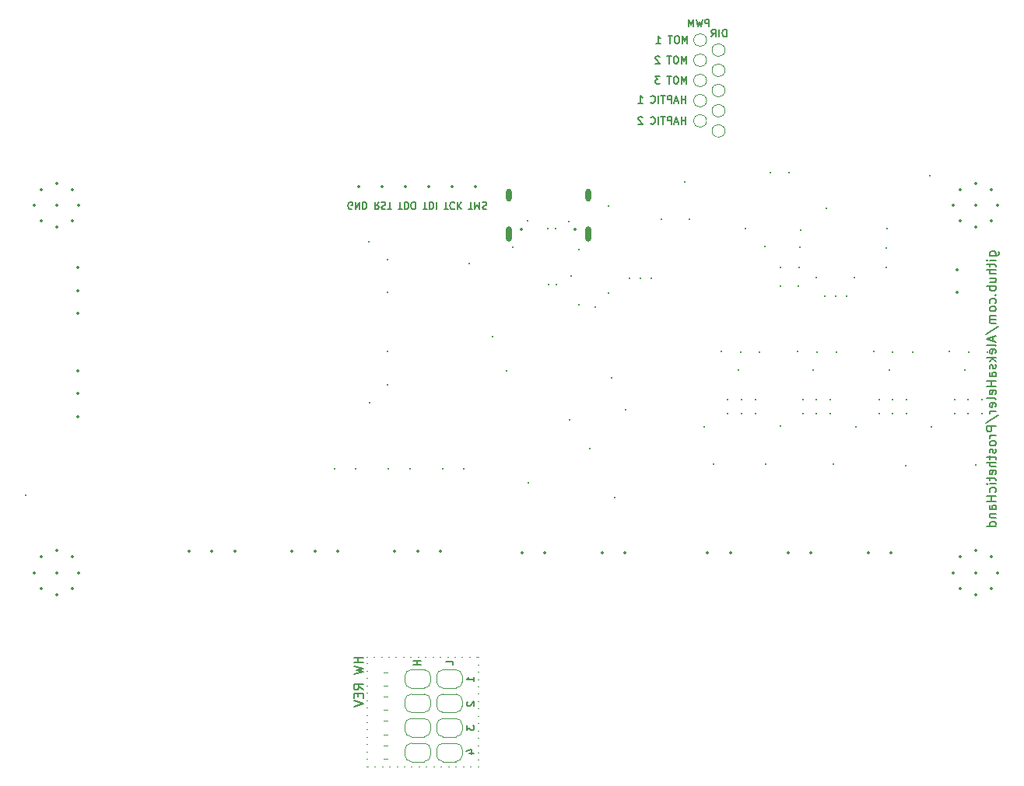
<source format=gbo>
%TF.GenerationSoftware,KiCad,Pcbnew,7.0.7*%
%TF.CreationDate,2024-03-16T18:53:28+01:00*%
%TF.ProjectId,OpenHand,4f70656e-4861-46e6-942e-6b696361645f,rev?*%
%TF.SameCoordinates,Original*%
%TF.FileFunction,Legend,Bot*%
%TF.FilePolarity,Positive*%
%FSLAX46Y46*%
G04 Gerber Fmt 4.6, Leading zero omitted, Abs format (unit mm)*
G04 Created by KiCad (PCBNEW 7.0.7) date 2024-03-16 18:53:28*
%MOMM*%
%LPD*%
G01*
G04 APERTURE LIST*
%ADD10C,0.200000*%
%ADD11C,0.150000*%
%ADD12C,0.120000*%
%ADD13C,0.300000*%
%ADD14C,0.350000*%
%ADD15O,0.600000X1.700000*%
%ADD16O,0.600000X1.400000*%
%ADD17C,0.200000*%
G04 APERTURE END LIST*
D10*
X138775000Y-154200000D02*
X138775000Y-154200000D01*
X139575000Y-154200000D02*
X139575000Y-154200000D01*
X140375000Y-154200000D02*
X140375000Y-154200000D01*
X141175000Y-154200000D02*
X141175000Y-154200000D01*
X141975000Y-154200000D02*
X141975000Y-154200000D01*
X142775000Y-154200000D02*
X142775000Y-154200000D01*
X143575000Y-154200000D02*
X143575000Y-154200000D01*
X144375000Y-154200000D02*
X144375000Y-154200000D01*
X145175000Y-154200000D02*
X145175000Y-154200000D01*
X145975000Y-154200000D02*
X145975000Y-154200000D01*
X146775000Y-154200000D02*
X146775000Y-154200000D01*
X147575000Y-154200000D02*
X147575000Y-154200000D01*
X148375000Y-154200000D02*
X148375000Y-154200000D01*
X149175000Y-154200000D02*
X149175000Y-154200000D01*
X149975000Y-154200000D02*
X149975000Y-154200000D01*
X150775000Y-154200000D02*
X150775000Y-154200000D01*
X150875000Y-154200000D02*
X150875000Y-154200000D01*
X150875000Y-155000000D02*
X150875000Y-155000000D01*
X150875000Y-155800000D02*
X150875000Y-155800000D01*
X150875000Y-156600000D02*
X150875000Y-156600000D01*
X150875000Y-157400000D02*
X150875000Y-157400000D01*
X150875000Y-158200000D02*
X150875000Y-158200000D01*
X150875000Y-159000000D02*
X150875000Y-159000000D01*
X150875000Y-159800000D02*
X150875000Y-159800000D01*
X150875000Y-160600000D02*
X150875000Y-160600000D01*
X150875000Y-161400000D02*
X150875000Y-161400000D01*
X150875000Y-162200000D02*
X150875000Y-162200000D01*
X150875000Y-163000000D02*
X150875000Y-163000000D01*
X150875000Y-163800000D02*
X150875000Y-163800000D01*
X150875000Y-164600000D02*
X150875000Y-164600000D01*
X150875000Y-165400000D02*
X150875000Y-165400000D01*
X150875000Y-166100000D02*
X150875000Y-166100000D01*
X150075000Y-166100000D02*
X150075000Y-166100000D01*
X149275000Y-166100000D02*
X149275000Y-166100000D01*
X148475000Y-166100000D02*
X148475000Y-166100000D01*
X147675000Y-166100000D02*
X147675000Y-166100000D01*
X146875000Y-166100000D02*
X146875000Y-166100000D01*
X146075000Y-166100000D02*
X146075000Y-166100000D01*
X145275000Y-166100000D02*
X145275000Y-166100000D01*
X144475000Y-166100000D02*
X144475000Y-166100000D01*
X143675000Y-166100000D02*
X143675000Y-166100000D01*
X142875000Y-166100000D02*
X142875000Y-166100000D01*
X142075000Y-166100000D02*
X142075000Y-166100000D01*
X141275000Y-166100000D02*
X141275000Y-166100000D01*
X140475000Y-166100000D02*
X140475000Y-166100000D01*
X139675000Y-166100000D02*
X139675000Y-166100000D01*
X138875000Y-166100000D02*
X138875000Y-166100000D01*
X138775000Y-166100000D02*
X138775000Y-166100000D01*
X138775000Y-165300000D02*
X138775000Y-165300000D01*
X138775000Y-164500000D02*
X138775000Y-164500000D01*
X138775000Y-163700000D02*
X138775000Y-163700000D01*
X138775000Y-162900000D02*
X138775000Y-162900000D01*
X138775000Y-162100000D02*
X138775000Y-162100000D01*
X138775000Y-161300000D02*
X138775000Y-161300000D01*
X138775000Y-160500000D02*
X138775000Y-160500000D01*
X138775000Y-159700000D02*
X138775000Y-159700000D01*
X138775000Y-158900000D02*
X138775000Y-158900000D01*
X138775000Y-158100000D02*
X138775000Y-158100000D01*
X138775000Y-157300000D02*
X138775000Y-157300000D01*
X138775000Y-156500000D02*
X138775000Y-156500000D01*
X138775000Y-155700000D02*
X138775000Y-155700000D01*
X138775000Y-154900000D02*
X138775000Y-154900000D01*
D11*
X173535839Y-89562295D02*
X173535839Y-88762295D01*
X173535839Y-88762295D02*
X173269173Y-89333723D01*
X173269173Y-89333723D02*
X173002506Y-88762295D01*
X173002506Y-88762295D02*
X173002506Y-89562295D01*
X172469172Y-88762295D02*
X172316791Y-88762295D01*
X172316791Y-88762295D02*
X172240601Y-88800390D01*
X172240601Y-88800390D02*
X172164410Y-88876580D01*
X172164410Y-88876580D02*
X172126315Y-89028961D01*
X172126315Y-89028961D02*
X172126315Y-89295628D01*
X172126315Y-89295628D02*
X172164410Y-89448009D01*
X172164410Y-89448009D02*
X172240601Y-89524200D01*
X172240601Y-89524200D02*
X172316791Y-89562295D01*
X172316791Y-89562295D02*
X172469172Y-89562295D01*
X172469172Y-89562295D02*
X172545363Y-89524200D01*
X172545363Y-89524200D02*
X172621553Y-89448009D01*
X172621553Y-89448009D02*
X172659649Y-89295628D01*
X172659649Y-89295628D02*
X172659649Y-89028961D01*
X172659649Y-89028961D02*
X172621553Y-88876580D01*
X172621553Y-88876580D02*
X172545363Y-88800390D01*
X172545363Y-88800390D02*
X172469172Y-88762295D01*
X171897744Y-88762295D02*
X171440601Y-88762295D01*
X171669173Y-89562295D02*
X171669173Y-88762295D01*
X170602506Y-88838485D02*
X170564410Y-88800390D01*
X170564410Y-88800390D02*
X170488220Y-88762295D01*
X170488220Y-88762295D02*
X170297744Y-88762295D01*
X170297744Y-88762295D02*
X170221553Y-88800390D01*
X170221553Y-88800390D02*
X170183458Y-88838485D01*
X170183458Y-88838485D02*
X170145363Y-88914676D01*
X170145363Y-88914676D02*
X170145363Y-88990866D01*
X170145363Y-88990866D02*
X170183458Y-89105152D01*
X170183458Y-89105152D02*
X170640601Y-89562295D01*
X170640601Y-89562295D02*
X170145363Y-89562295D01*
X173535839Y-91762295D02*
X173535839Y-90962295D01*
X173535839Y-90962295D02*
X173269173Y-91533723D01*
X173269173Y-91533723D02*
X173002506Y-90962295D01*
X173002506Y-90962295D02*
X173002506Y-91762295D01*
X172469172Y-90962295D02*
X172316791Y-90962295D01*
X172316791Y-90962295D02*
X172240601Y-91000390D01*
X172240601Y-91000390D02*
X172164410Y-91076580D01*
X172164410Y-91076580D02*
X172126315Y-91228961D01*
X172126315Y-91228961D02*
X172126315Y-91495628D01*
X172126315Y-91495628D02*
X172164410Y-91648009D01*
X172164410Y-91648009D02*
X172240601Y-91724200D01*
X172240601Y-91724200D02*
X172316791Y-91762295D01*
X172316791Y-91762295D02*
X172469172Y-91762295D01*
X172469172Y-91762295D02*
X172545363Y-91724200D01*
X172545363Y-91724200D02*
X172621553Y-91648009D01*
X172621553Y-91648009D02*
X172659649Y-91495628D01*
X172659649Y-91495628D02*
X172659649Y-91228961D01*
X172659649Y-91228961D02*
X172621553Y-91076580D01*
X172621553Y-91076580D02*
X172545363Y-91000390D01*
X172545363Y-91000390D02*
X172469172Y-90962295D01*
X171897744Y-90962295D02*
X171440601Y-90962295D01*
X171669173Y-91762295D02*
X171669173Y-90962295D01*
X170640601Y-90962295D02*
X170145363Y-90962295D01*
X170145363Y-90962295D02*
X170412029Y-91267057D01*
X170412029Y-91267057D02*
X170297744Y-91267057D01*
X170297744Y-91267057D02*
X170221553Y-91305152D01*
X170221553Y-91305152D02*
X170183458Y-91343247D01*
X170183458Y-91343247D02*
X170145363Y-91419438D01*
X170145363Y-91419438D02*
X170145363Y-91609914D01*
X170145363Y-91609914D02*
X170183458Y-91686104D01*
X170183458Y-91686104D02*
X170221553Y-91724200D01*
X170221553Y-91724200D02*
X170297744Y-91762295D01*
X170297744Y-91762295D02*
X170526315Y-91762295D01*
X170526315Y-91762295D02*
X170602506Y-91724200D01*
X170602506Y-91724200D02*
X170640601Y-91686104D01*
X173635839Y-87362295D02*
X173635839Y-86562295D01*
X173635839Y-86562295D02*
X173369173Y-87133723D01*
X173369173Y-87133723D02*
X173102506Y-86562295D01*
X173102506Y-86562295D02*
X173102506Y-87362295D01*
X172569172Y-86562295D02*
X172416791Y-86562295D01*
X172416791Y-86562295D02*
X172340601Y-86600390D01*
X172340601Y-86600390D02*
X172264410Y-86676580D01*
X172264410Y-86676580D02*
X172226315Y-86828961D01*
X172226315Y-86828961D02*
X172226315Y-87095628D01*
X172226315Y-87095628D02*
X172264410Y-87248009D01*
X172264410Y-87248009D02*
X172340601Y-87324200D01*
X172340601Y-87324200D02*
X172416791Y-87362295D01*
X172416791Y-87362295D02*
X172569172Y-87362295D01*
X172569172Y-87362295D02*
X172645363Y-87324200D01*
X172645363Y-87324200D02*
X172721553Y-87248009D01*
X172721553Y-87248009D02*
X172759649Y-87095628D01*
X172759649Y-87095628D02*
X172759649Y-86828961D01*
X172759649Y-86828961D02*
X172721553Y-86676580D01*
X172721553Y-86676580D02*
X172645363Y-86600390D01*
X172645363Y-86600390D02*
X172569172Y-86562295D01*
X171997744Y-86562295D02*
X171540601Y-86562295D01*
X171769173Y-87362295D02*
X171769173Y-86562295D01*
X170245363Y-87362295D02*
X170702506Y-87362295D01*
X170473934Y-87362295D02*
X170473934Y-86562295D01*
X170473934Y-86562295D02*
X170550125Y-86676580D01*
X170550125Y-86676580D02*
X170626315Y-86752771D01*
X170626315Y-86752771D02*
X170702506Y-86790866D01*
D10*
X206535552Y-110499998D02*
X207345076Y-110499998D01*
X207345076Y-110499998D02*
X207440314Y-110452379D01*
X207440314Y-110452379D02*
X207487933Y-110404760D01*
X207487933Y-110404760D02*
X207535552Y-110309522D01*
X207535552Y-110309522D02*
X207535552Y-110166665D01*
X207535552Y-110166665D02*
X207487933Y-110071427D01*
X207154600Y-110499998D02*
X207202219Y-110404760D01*
X207202219Y-110404760D02*
X207202219Y-110214284D01*
X207202219Y-110214284D02*
X207154600Y-110119046D01*
X207154600Y-110119046D02*
X207106980Y-110071427D01*
X207106980Y-110071427D02*
X207011742Y-110023808D01*
X207011742Y-110023808D02*
X206726028Y-110023808D01*
X206726028Y-110023808D02*
X206630790Y-110071427D01*
X206630790Y-110071427D02*
X206583171Y-110119046D01*
X206583171Y-110119046D02*
X206535552Y-110214284D01*
X206535552Y-110214284D02*
X206535552Y-110404760D01*
X206535552Y-110404760D02*
X206583171Y-110499998D01*
X207202219Y-110976189D02*
X206535552Y-110976189D01*
X206202219Y-110976189D02*
X206249838Y-110928570D01*
X206249838Y-110928570D02*
X206297457Y-110976189D01*
X206297457Y-110976189D02*
X206249838Y-111023808D01*
X206249838Y-111023808D02*
X206202219Y-110976189D01*
X206202219Y-110976189D02*
X206297457Y-110976189D01*
X206535552Y-111309522D02*
X206535552Y-111690474D01*
X206202219Y-111452379D02*
X207059361Y-111452379D01*
X207059361Y-111452379D02*
X207154600Y-111499998D01*
X207154600Y-111499998D02*
X207202219Y-111595236D01*
X207202219Y-111595236D02*
X207202219Y-111690474D01*
X207202219Y-112023808D02*
X206202219Y-112023808D01*
X207202219Y-112452379D02*
X206678409Y-112452379D01*
X206678409Y-112452379D02*
X206583171Y-112404760D01*
X206583171Y-112404760D02*
X206535552Y-112309522D01*
X206535552Y-112309522D02*
X206535552Y-112166665D01*
X206535552Y-112166665D02*
X206583171Y-112071427D01*
X206583171Y-112071427D02*
X206630790Y-112023808D01*
X206535552Y-113357141D02*
X207202219Y-113357141D01*
X206535552Y-112928570D02*
X207059361Y-112928570D01*
X207059361Y-112928570D02*
X207154600Y-112976189D01*
X207154600Y-112976189D02*
X207202219Y-113071427D01*
X207202219Y-113071427D02*
X207202219Y-113214284D01*
X207202219Y-113214284D02*
X207154600Y-113309522D01*
X207154600Y-113309522D02*
X207106980Y-113357141D01*
X207202219Y-113833332D02*
X206202219Y-113833332D01*
X206583171Y-113833332D02*
X206535552Y-113928570D01*
X206535552Y-113928570D02*
X206535552Y-114119046D01*
X206535552Y-114119046D02*
X206583171Y-114214284D01*
X206583171Y-114214284D02*
X206630790Y-114261903D01*
X206630790Y-114261903D02*
X206726028Y-114309522D01*
X206726028Y-114309522D02*
X207011742Y-114309522D01*
X207011742Y-114309522D02*
X207106980Y-114261903D01*
X207106980Y-114261903D02*
X207154600Y-114214284D01*
X207154600Y-114214284D02*
X207202219Y-114119046D01*
X207202219Y-114119046D02*
X207202219Y-113928570D01*
X207202219Y-113928570D02*
X207154600Y-113833332D01*
X207106980Y-114738094D02*
X207154600Y-114785713D01*
X207154600Y-114785713D02*
X207202219Y-114738094D01*
X207202219Y-114738094D02*
X207154600Y-114690475D01*
X207154600Y-114690475D02*
X207106980Y-114738094D01*
X207106980Y-114738094D02*
X207202219Y-114738094D01*
X207154600Y-115642855D02*
X207202219Y-115547617D01*
X207202219Y-115547617D02*
X207202219Y-115357141D01*
X207202219Y-115357141D02*
X207154600Y-115261903D01*
X207154600Y-115261903D02*
X207106980Y-115214284D01*
X207106980Y-115214284D02*
X207011742Y-115166665D01*
X207011742Y-115166665D02*
X206726028Y-115166665D01*
X206726028Y-115166665D02*
X206630790Y-115214284D01*
X206630790Y-115214284D02*
X206583171Y-115261903D01*
X206583171Y-115261903D02*
X206535552Y-115357141D01*
X206535552Y-115357141D02*
X206535552Y-115547617D01*
X206535552Y-115547617D02*
X206583171Y-115642855D01*
X207202219Y-116214284D02*
X207154600Y-116119046D01*
X207154600Y-116119046D02*
X207106980Y-116071427D01*
X207106980Y-116071427D02*
X207011742Y-116023808D01*
X207011742Y-116023808D02*
X206726028Y-116023808D01*
X206726028Y-116023808D02*
X206630790Y-116071427D01*
X206630790Y-116071427D02*
X206583171Y-116119046D01*
X206583171Y-116119046D02*
X206535552Y-116214284D01*
X206535552Y-116214284D02*
X206535552Y-116357141D01*
X206535552Y-116357141D02*
X206583171Y-116452379D01*
X206583171Y-116452379D02*
X206630790Y-116499998D01*
X206630790Y-116499998D02*
X206726028Y-116547617D01*
X206726028Y-116547617D02*
X207011742Y-116547617D01*
X207011742Y-116547617D02*
X207106980Y-116499998D01*
X207106980Y-116499998D02*
X207154600Y-116452379D01*
X207154600Y-116452379D02*
X207202219Y-116357141D01*
X207202219Y-116357141D02*
X207202219Y-116214284D01*
X207202219Y-116976189D02*
X206535552Y-116976189D01*
X206630790Y-116976189D02*
X206583171Y-117023808D01*
X206583171Y-117023808D02*
X206535552Y-117119046D01*
X206535552Y-117119046D02*
X206535552Y-117261903D01*
X206535552Y-117261903D02*
X206583171Y-117357141D01*
X206583171Y-117357141D02*
X206678409Y-117404760D01*
X206678409Y-117404760D02*
X207202219Y-117404760D01*
X206678409Y-117404760D02*
X206583171Y-117452379D01*
X206583171Y-117452379D02*
X206535552Y-117547617D01*
X206535552Y-117547617D02*
X206535552Y-117690474D01*
X206535552Y-117690474D02*
X206583171Y-117785713D01*
X206583171Y-117785713D02*
X206678409Y-117833332D01*
X206678409Y-117833332D02*
X207202219Y-117833332D01*
X206154600Y-119023807D02*
X207440314Y-118166665D01*
X206916504Y-119309522D02*
X206916504Y-119785712D01*
X207202219Y-119214284D02*
X206202219Y-119547617D01*
X206202219Y-119547617D02*
X207202219Y-119880950D01*
X207202219Y-120357141D02*
X207154600Y-120261903D01*
X207154600Y-120261903D02*
X207059361Y-120214284D01*
X207059361Y-120214284D02*
X206202219Y-120214284D01*
X207154600Y-121119046D02*
X207202219Y-121023808D01*
X207202219Y-121023808D02*
X207202219Y-120833332D01*
X207202219Y-120833332D02*
X207154600Y-120738094D01*
X207154600Y-120738094D02*
X207059361Y-120690475D01*
X207059361Y-120690475D02*
X206678409Y-120690475D01*
X206678409Y-120690475D02*
X206583171Y-120738094D01*
X206583171Y-120738094D02*
X206535552Y-120833332D01*
X206535552Y-120833332D02*
X206535552Y-121023808D01*
X206535552Y-121023808D02*
X206583171Y-121119046D01*
X206583171Y-121119046D02*
X206678409Y-121166665D01*
X206678409Y-121166665D02*
X206773647Y-121166665D01*
X206773647Y-121166665D02*
X206868885Y-120690475D01*
X207202219Y-121595237D02*
X206202219Y-121595237D01*
X206821266Y-121690475D02*
X207202219Y-121976189D01*
X206535552Y-121976189D02*
X206916504Y-121595237D01*
X207154600Y-122357142D02*
X207202219Y-122452380D01*
X207202219Y-122452380D02*
X207202219Y-122642856D01*
X207202219Y-122642856D02*
X207154600Y-122738094D01*
X207154600Y-122738094D02*
X207059361Y-122785713D01*
X207059361Y-122785713D02*
X207011742Y-122785713D01*
X207011742Y-122785713D02*
X206916504Y-122738094D01*
X206916504Y-122738094D02*
X206868885Y-122642856D01*
X206868885Y-122642856D02*
X206868885Y-122499999D01*
X206868885Y-122499999D02*
X206821266Y-122404761D01*
X206821266Y-122404761D02*
X206726028Y-122357142D01*
X206726028Y-122357142D02*
X206678409Y-122357142D01*
X206678409Y-122357142D02*
X206583171Y-122404761D01*
X206583171Y-122404761D02*
X206535552Y-122499999D01*
X206535552Y-122499999D02*
X206535552Y-122642856D01*
X206535552Y-122642856D02*
X206583171Y-122738094D01*
X207202219Y-123642856D02*
X206678409Y-123642856D01*
X206678409Y-123642856D02*
X206583171Y-123595237D01*
X206583171Y-123595237D02*
X206535552Y-123499999D01*
X206535552Y-123499999D02*
X206535552Y-123309523D01*
X206535552Y-123309523D02*
X206583171Y-123214285D01*
X207154600Y-123642856D02*
X207202219Y-123547618D01*
X207202219Y-123547618D02*
X207202219Y-123309523D01*
X207202219Y-123309523D02*
X207154600Y-123214285D01*
X207154600Y-123214285D02*
X207059361Y-123166666D01*
X207059361Y-123166666D02*
X206964123Y-123166666D01*
X206964123Y-123166666D02*
X206868885Y-123214285D01*
X206868885Y-123214285D02*
X206821266Y-123309523D01*
X206821266Y-123309523D02*
X206821266Y-123547618D01*
X206821266Y-123547618D02*
X206773647Y-123642856D01*
X207202219Y-124119047D02*
X206202219Y-124119047D01*
X206678409Y-124119047D02*
X206678409Y-124690475D01*
X207202219Y-124690475D02*
X206202219Y-124690475D01*
X207154600Y-125547618D02*
X207202219Y-125452380D01*
X207202219Y-125452380D02*
X207202219Y-125261904D01*
X207202219Y-125261904D02*
X207154600Y-125166666D01*
X207154600Y-125166666D02*
X207059361Y-125119047D01*
X207059361Y-125119047D02*
X206678409Y-125119047D01*
X206678409Y-125119047D02*
X206583171Y-125166666D01*
X206583171Y-125166666D02*
X206535552Y-125261904D01*
X206535552Y-125261904D02*
X206535552Y-125452380D01*
X206535552Y-125452380D02*
X206583171Y-125547618D01*
X206583171Y-125547618D02*
X206678409Y-125595237D01*
X206678409Y-125595237D02*
X206773647Y-125595237D01*
X206773647Y-125595237D02*
X206868885Y-125119047D01*
X207202219Y-126166666D02*
X207154600Y-126071428D01*
X207154600Y-126071428D02*
X207059361Y-126023809D01*
X207059361Y-126023809D02*
X206202219Y-126023809D01*
X207154600Y-126928571D02*
X207202219Y-126833333D01*
X207202219Y-126833333D02*
X207202219Y-126642857D01*
X207202219Y-126642857D02*
X207154600Y-126547619D01*
X207154600Y-126547619D02*
X207059361Y-126500000D01*
X207059361Y-126500000D02*
X206678409Y-126500000D01*
X206678409Y-126500000D02*
X206583171Y-126547619D01*
X206583171Y-126547619D02*
X206535552Y-126642857D01*
X206535552Y-126642857D02*
X206535552Y-126833333D01*
X206535552Y-126833333D02*
X206583171Y-126928571D01*
X206583171Y-126928571D02*
X206678409Y-126976190D01*
X206678409Y-126976190D02*
X206773647Y-126976190D01*
X206773647Y-126976190D02*
X206868885Y-126500000D01*
X207202219Y-127404762D02*
X206535552Y-127404762D01*
X206726028Y-127404762D02*
X206630790Y-127452381D01*
X206630790Y-127452381D02*
X206583171Y-127500000D01*
X206583171Y-127500000D02*
X206535552Y-127595238D01*
X206535552Y-127595238D02*
X206535552Y-127690476D01*
X206154600Y-128738095D02*
X207440314Y-127880953D01*
X207202219Y-129071429D02*
X206202219Y-129071429D01*
X206202219Y-129071429D02*
X206202219Y-129452381D01*
X206202219Y-129452381D02*
X206249838Y-129547619D01*
X206249838Y-129547619D02*
X206297457Y-129595238D01*
X206297457Y-129595238D02*
X206392695Y-129642857D01*
X206392695Y-129642857D02*
X206535552Y-129642857D01*
X206535552Y-129642857D02*
X206630790Y-129595238D01*
X206630790Y-129595238D02*
X206678409Y-129547619D01*
X206678409Y-129547619D02*
X206726028Y-129452381D01*
X206726028Y-129452381D02*
X206726028Y-129071429D01*
X207202219Y-130071429D02*
X206535552Y-130071429D01*
X206726028Y-130071429D02*
X206630790Y-130119048D01*
X206630790Y-130119048D02*
X206583171Y-130166667D01*
X206583171Y-130166667D02*
X206535552Y-130261905D01*
X206535552Y-130261905D02*
X206535552Y-130357143D01*
X207202219Y-130833334D02*
X207154600Y-130738096D01*
X207154600Y-130738096D02*
X207106980Y-130690477D01*
X207106980Y-130690477D02*
X207011742Y-130642858D01*
X207011742Y-130642858D02*
X206726028Y-130642858D01*
X206726028Y-130642858D02*
X206630790Y-130690477D01*
X206630790Y-130690477D02*
X206583171Y-130738096D01*
X206583171Y-130738096D02*
X206535552Y-130833334D01*
X206535552Y-130833334D02*
X206535552Y-130976191D01*
X206535552Y-130976191D02*
X206583171Y-131071429D01*
X206583171Y-131071429D02*
X206630790Y-131119048D01*
X206630790Y-131119048D02*
X206726028Y-131166667D01*
X206726028Y-131166667D02*
X207011742Y-131166667D01*
X207011742Y-131166667D02*
X207106980Y-131119048D01*
X207106980Y-131119048D02*
X207154600Y-131071429D01*
X207154600Y-131071429D02*
X207202219Y-130976191D01*
X207202219Y-130976191D02*
X207202219Y-130833334D01*
X207154600Y-131547620D02*
X207202219Y-131642858D01*
X207202219Y-131642858D02*
X207202219Y-131833334D01*
X207202219Y-131833334D02*
X207154600Y-131928572D01*
X207154600Y-131928572D02*
X207059361Y-131976191D01*
X207059361Y-131976191D02*
X207011742Y-131976191D01*
X207011742Y-131976191D02*
X206916504Y-131928572D01*
X206916504Y-131928572D02*
X206868885Y-131833334D01*
X206868885Y-131833334D02*
X206868885Y-131690477D01*
X206868885Y-131690477D02*
X206821266Y-131595239D01*
X206821266Y-131595239D02*
X206726028Y-131547620D01*
X206726028Y-131547620D02*
X206678409Y-131547620D01*
X206678409Y-131547620D02*
X206583171Y-131595239D01*
X206583171Y-131595239D02*
X206535552Y-131690477D01*
X206535552Y-131690477D02*
X206535552Y-131833334D01*
X206535552Y-131833334D02*
X206583171Y-131928572D01*
X206535552Y-132261906D02*
X206535552Y-132642858D01*
X206202219Y-132404763D02*
X207059361Y-132404763D01*
X207059361Y-132404763D02*
X207154600Y-132452382D01*
X207154600Y-132452382D02*
X207202219Y-132547620D01*
X207202219Y-132547620D02*
X207202219Y-132642858D01*
X207202219Y-132976192D02*
X206202219Y-132976192D01*
X207202219Y-133404763D02*
X206678409Y-133404763D01*
X206678409Y-133404763D02*
X206583171Y-133357144D01*
X206583171Y-133357144D02*
X206535552Y-133261906D01*
X206535552Y-133261906D02*
X206535552Y-133119049D01*
X206535552Y-133119049D02*
X206583171Y-133023811D01*
X206583171Y-133023811D02*
X206630790Y-132976192D01*
X207154600Y-134261906D02*
X207202219Y-134166668D01*
X207202219Y-134166668D02*
X207202219Y-133976192D01*
X207202219Y-133976192D02*
X207154600Y-133880954D01*
X207154600Y-133880954D02*
X207059361Y-133833335D01*
X207059361Y-133833335D02*
X206678409Y-133833335D01*
X206678409Y-133833335D02*
X206583171Y-133880954D01*
X206583171Y-133880954D02*
X206535552Y-133976192D01*
X206535552Y-133976192D02*
X206535552Y-134166668D01*
X206535552Y-134166668D02*
X206583171Y-134261906D01*
X206583171Y-134261906D02*
X206678409Y-134309525D01*
X206678409Y-134309525D02*
X206773647Y-134309525D01*
X206773647Y-134309525D02*
X206868885Y-133833335D01*
X206535552Y-134595240D02*
X206535552Y-134976192D01*
X206202219Y-134738097D02*
X207059361Y-134738097D01*
X207059361Y-134738097D02*
X207154600Y-134785716D01*
X207154600Y-134785716D02*
X207202219Y-134880954D01*
X207202219Y-134880954D02*
X207202219Y-134976192D01*
X207202219Y-135309526D02*
X206535552Y-135309526D01*
X206202219Y-135309526D02*
X206249838Y-135261907D01*
X206249838Y-135261907D02*
X206297457Y-135309526D01*
X206297457Y-135309526D02*
X206249838Y-135357145D01*
X206249838Y-135357145D02*
X206202219Y-135309526D01*
X206202219Y-135309526D02*
X206297457Y-135309526D01*
X207154600Y-136214287D02*
X207202219Y-136119049D01*
X207202219Y-136119049D02*
X207202219Y-135928573D01*
X207202219Y-135928573D02*
X207154600Y-135833335D01*
X207154600Y-135833335D02*
X207106980Y-135785716D01*
X207106980Y-135785716D02*
X207011742Y-135738097D01*
X207011742Y-135738097D02*
X206726028Y-135738097D01*
X206726028Y-135738097D02*
X206630790Y-135785716D01*
X206630790Y-135785716D02*
X206583171Y-135833335D01*
X206583171Y-135833335D02*
X206535552Y-135928573D01*
X206535552Y-135928573D02*
X206535552Y-136119049D01*
X206535552Y-136119049D02*
X206583171Y-136214287D01*
X207202219Y-136642859D02*
X206202219Y-136642859D01*
X206678409Y-136642859D02*
X206678409Y-137214287D01*
X207202219Y-137214287D02*
X206202219Y-137214287D01*
X207202219Y-138119049D02*
X206678409Y-138119049D01*
X206678409Y-138119049D02*
X206583171Y-138071430D01*
X206583171Y-138071430D02*
X206535552Y-137976192D01*
X206535552Y-137976192D02*
X206535552Y-137785716D01*
X206535552Y-137785716D02*
X206583171Y-137690478D01*
X207154600Y-138119049D02*
X207202219Y-138023811D01*
X207202219Y-138023811D02*
X207202219Y-137785716D01*
X207202219Y-137785716D02*
X207154600Y-137690478D01*
X207154600Y-137690478D02*
X207059361Y-137642859D01*
X207059361Y-137642859D02*
X206964123Y-137642859D01*
X206964123Y-137642859D02*
X206868885Y-137690478D01*
X206868885Y-137690478D02*
X206821266Y-137785716D01*
X206821266Y-137785716D02*
X206821266Y-138023811D01*
X206821266Y-138023811D02*
X206773647Y-138119049D01*
X206535552Y-138595240D02*
X207202219Y-138595240D01*
X206630790Y-138595240D02*
X206583171Y-138642859D01*
X206583171Y-138642859D02*
X206535552Y-138738097D01*
X206535552Y-138738097D02*
X206535552Y-138880954D01*
X206535552Y-138880954D02*
X206583171Y-138976192D01*
X206583171Y-138976192D02*
X206678409Y-139023811D01*
X206678409Y-139023811D02*
X207202219Y-139023811D01*
X207202219Y-139928573D02*
X206202219Y-139928573D01*
X207154600Y-139928573D02*
X207202219Y-139833335D01*
X207202219Y-139833335D02*
X207202219Y-139642859D01*
X207202219Y-139642859D02*
X207154600Y-139547621D01*
X207154600Y-139547621D02*
X207106980Y-139500002D01*
X207106980Y-139500002D02*
X207011742Y-139452383D01*
X207011742Y-139452383D02*
X206726028Y-139452383D01*
X206726028Y-139452383D02*
X206630790Y-139500002D01*
X206630790Y-139500002D02*
X206583171Y-139547621D01*
X206583171Y-139547621D02*
X206535552Y-139642859D01*
X206535552Y-139642859D02*
X206535552Y-139833335D01*
X206535552Y-139833335D02*
X206583171Y-139928573D01*
X149901361Y-164652381D02*
X150434695Y-164652381D01*
X149596600Y-164461905D02*
X150168028Y-164271428D01*
X150168028Y-164271428D02*
X150168028Y-164766667D01*
X177902945Y-86659695D02*
X177902945Y-85859695D01*
X177902945Y-85859695D02*
X177712469Y-85859695D01*
X177712469Y-85859695D02*
X177598183Y-85897790D01*
X177598183Y-85897790D02*
X177521993Y-85973980D01*
X177521993Y-85973980D02*
X177483898Y-86050171D01*
X177483898Y-86050171D02*
X177445802Y-86202552D01*
X177445802Y-86202552D02*
X177445802Y-86316838D01*
X177445802Y-86316838D02*
X177483898Y-86469219D01*
X177483898Y-86469219D02*
X177521993Y-86545409D01*
X177521993Y-86545409D02*
X177598183Y-86621600D01*
X177598183Y-86621600D02*
X177712469Y-86659695D01*
X177712469Y-86659695D02*
X177902945Y-86659695D01*
X177102945Y-86659695D02*
X177102945Y-85859695D01*
X176264850Y-86659695D02*
X176531517Y-86278742D01*
X176721993Y-86659695D02*
X176721993Y-85859695D01*
X176721993Y-85859695D02*
X176417231Y-85859695D01*
X176417231Y-85859695D02*
X176341041Y-85897790D01*
X176341041Y-85897790D02*
X176302946Y-85935885D01*
X176302946Y-85935885D02*
X176264850Y-86012076D01*
X176264850Y-86012076D02*
X176264850Y-86126361D01*
X176264850Y-86126361D02*
X176302946Y-86202552D01*
X176302946Y-86202552D02*
X176341041Y-86240647D01*
X176341041Y-86240647D02*
X176417231Y-86278742D01*
X176417231Y-86278742D02*
X176721993Y-86278742D01*
X144634695Y-154571429D02*
X143834695Y-154571429D01*
X144215647Y-154571429D02*
X144215647Y-155028572D01*
X144634695Y-155028572D02*
X143834695Y-155028572D01*
D11*
X173435839Y-93862295D02*
X173435839Y-93062295D01*
X173435839Y-93443247D02*
X172978696Y-93443247D01*
X172978696Y-93862295D02*
X172978696Y-93062295D01*
X172635840Y-93633723D02*
X172254887Y-93633723D01*
X172712030Y-93862295D02*
X172445363Y-93062295D01*
X172445363Y-93062295D02*
X172178697Y-93862295D01*
X171912030Y-93862295D02*
X171912030Y-93062295D01*
X171912030Y-93062295D02*
X171607268Y-93062295D01*
X171607268Y-93062295D02*
X171531078Y-93100390D01*
X171531078Y-93100390D02*
X171492983Y-93138485D01*
X171492983Y-93138485D02*
X171454887Y-93214676D01*
X171454887Y-93214676D02*
X171454887Y-93328961D01*
X171454887Y-93328961D02*
X171492983Y-93405152D01*
X171492983Y-93405152D02*
X171531078Y-93443247D01*
X171531078Y-93443247D02*
X171607268Y-93481342D01*
X171607268Y-93481342D02*
X171912030Y-93481342D01*
X171226316Y-93062295D02*
X170769173Y-93062295D01*
X170997745Y-93862295D02*
X170997745Y-93062295D01*
X170502506Y-93862295D02*
X170502506Y-93062295D01*
X169664411Y-93786104D02*
X169702507Y-93824200D01*
X169702507Y-93824200D02*
X169816792Y-93862295D01*
X169816792Y-93862295D02*
X169892983Y-93862295D01*
X169892983Y-93862295D02*
X170007269Y-93824200D01*
X170007269Y-93824200D02*
X170083459Y-93748009D01*
X170083459Y-93748009D02*
X170121554Y-93671819D01*
X170121554Y-93671819D02*
X170159650Y-93519438D01*
X170159650Y-93519438D02*
X170159650Y-93405152D01*
X170159650Y-93405152D02*
X170121554Y-93252771D01*
X170121554Y-93252771D02*
X170083459Y-93176580D01*
X170083459Y-93176580D02*
X170007269Y-93100390D01*
X170007269Y-93100390D02*
X169892983Y-93062295D01*
X169892983Y-93062295D02*
X169816792Y-93062295D01*
X169816792Y-93062295D02*
X169702507Y-93100390D01*
X169702507Y-93100390D02*
X169664411Y-93138485D01*
X168292983Y-93862295D02*
X168750126Y-93862295D01*
X168521554Y-93862295D02*
X168521554Y-93062295D01*
X168521554Y-93062295D02*
X168597745Y-93176580D01*
X168597745Y-93176580D02*
X168673935Y-93252771D01*
X168673935Y-93252771D02*
X168750126Y-93290866D01*
X137138569Y-105399609D02*
X137066188Y-105437704D01*
X137066188Y-105437704D02*
X136957617Y-105437704D01*
X136957617Y-105437704D02*
X136849045Y-105399609D01*
X136849045Y-105399609D02*
X136776664Y-105323419D01*
X136776664Y-105323419D02*
X136740474Y-105247228D01*
X136740474Y-105247228D02*
X136704283Y-105094847D01*
X136704283Y-105094847D02*
X136704283Y-104980561D01*
X136704283Y-104980561D02*
X136740474Y-104828180D01*
X136740474Y-104828180D02*
X136776664Y-104751990D01*
X136776664Y-104751990D02*
X136849045Y-104675800D01*
X136849045Y-104675800D02*
X136957617Y-104637704D01*
X136957617Y-104637704D02*
X137029998Y-104637704D01*
X137029998Y-104637704D02*
X137138569Y-104675800D01*
X137138569Y-104675800D02*
X137174760Y-104713895D01*
X137174760Y-104713895D02*
X137174760Y-104980561D01*
X137174760Y-104980561D02*
X137029998Y-104980561D01*
X137500474Y-104637704D02*
X137500474Y-105437704D01*
X137500474Y-105437704D02*
X137934760Y-104637704D01*
X137934760Y-104637704D02*
X137934760Y-105437704D01*
X138296664Y-104637704D02*
X138296664Y-105437704D01*
X138296664Y-105437704D02*
X138477616Y-105437704D01*
X138477616Y-105437704D02*
X138586188Y-105399609D01*
X138586188Y-105399609D02*
X138658569Y-105323419D01*
X138658569Y-105323419D02*
X138694759Y-105247228D01*
X138694759Y-105247228D02*
X138730950Y-105094847D01*
X138730950Y-105094847D02*
X138730950Y-104980561D01*
X138730950Y-104980561D02*
X138694759Y-104828180D01*
X138694759Y-104828180D02*
X138658569Y-104751990D01*
X138658569Y-104751990D02*
X138586188Y-104675800D01*
X138586188Y-104675800D02*
X138477616Y-104637704D01*
X138477616Y-104637704D02*
X138296664Y-104637704D01*
X140069998Y-104637704D02*
X139816664Y-105018657D01*
X139635712Y-104637704D02*
X139635712Y-105437704D01*
X139635712Y-105437704D02*
X139925236Y-105437704D01*
X139925236Y-105437704D02*
X139997617Y-105399609D01*
X139997617Y-105399609D02*
X140033807Y-105361514D01*
X140033807Y-105361514D02*
X140069998Y-105285323D01*
X140069998Y-105285323D02*
X140069998Y-105171038D01*
X140069998Y-105171038D02*
X140033807Y-105094847D01*
X140033807Y-105094847D02*
X139997617Y-105056752D01*
X139997617Y-105056752D02*
X139925236Y-105018657D01*
X139925236Y-105018657D02*
X139635712Y-105018657D01*
X140359521Y-104675800D02*
X140468093Y-104637704D01*
X140468093Y-104637704D02*
X140649045Y-104637704D01*
X140649045Y-104637704D02*
X140721426Y-104675800D01*
X140721426Y-104675800D02*
X140757617Y-104713895D01*
X140757617Y-104713895D02*
X140793807Y-104790085D01*
X140793807Y-104790085D02*
X140793807Y-104866276D01*
X140793807Y-104866276D02*
X140757617Y-104942466D01*
X140757617Y-104942466D02*
X140721426Y-104980561D01*
X140721426Y-104980561D02*
X140649045Y-105018657D01*
X140649045Y-105018657D02*
X140504283Y-105056752D01*
X140504283Y-105056752D02*
X140431902Y-105094847D01*
X140431902Y-105094847D02*
X140395712Y-105132942D01*
X140395712Y-105132942D02*
X140359521Y-105209133D01*
X140359521Y-105209133D02*
X140359521Y-105285323D01*
X140359521Y-105285323D02*
X140395712Y-105361514D01*
X140395712Y-105361514D02*
X140431902Y-105399609D01*
X140431902Y-105399609D02*
X140504283Y-105437704D01*
X140504283Y-105437704D02*
X140685236Y-105437704D01*
X140685236Y-105437704D02*
X140793807Y-105399609D01*
X141010950Y-105437704D02*
X141445236Y-105437704D01*
X141228093Y-104637704D02*
X141228093Y-105437704D01*
X142169046Y-105437704D02*
X142603332Y-105437704D01*
X142386189Y-104637704D02*
X142386189Y-105437704D01*
X142856666Y-104637704D02*
X142856666Y-105437704D01*
X142856666Y-105437704D02*
X143037618Y-105437704D01*
X143037618Y-105437704D02*
X143146190Y-105399609D01*
X143146190Y-105399609D02*
X143218571Y-105323419D01*
X143218571Y-105323419D02*
X143254761Y-105247228D01*
X143254761Y-105247228D02*
X143290952Y-105094847D01*
X143290952Y-105094847D02*
X143290952Y-104980561D01*
X143290952Y-104980561D02*
X143254761Y-104828180D01*
X143254761Y-104828180D02*
X143218571Y-104751990D01*
X143218571Y-104751990D02*
X143146190Y-104675800D01*
X143146190Y-104675800D02*
X143037618Y-104637704D01*
X143037618Y-104637704D02*
X142856666Y-104637704D01*
X143761428Y-105437704D02*
X143906190Y-105437704D01*
X143906190Y-105437704D02*
X143978571Y-105399609D01*
X143978571Y-105399609D02*
X144050952Y-105323419D01*
X144050952Y-105323419D02*
X144087142Y-105171038D01*
X144087142Y-105171038D02*
X144087142Y-104904371D01*
X144087142Y-104904371D02*
X144050952Y-104751990D01*
X144050952Y-104751990D02*
X143978571Y-104675800D01*
X143978571Y-104675800D02*
X143906190Y-104637704D01*
X143906190Y-104637704D02*
X143761428Y-104637704D01*
X143761428Y-104637704D02*
X143689047Y-104675800D01*
X143689047Y-104675800D02*
X143616666Y-104751990D01*
X143616666Y-104751990D02*
X143580475Y-104904371D01*
X143580475Y-104904371D02*
X143580475Y-105171038D01*
X143580475Y-105171038D02*
X143616666Y-105323419D01*
X143616666Y-105323419D02*
X143689047Y-105399609D01*
X143689047Y-105399609D02*
X143761428Y-105437704D01*
X144883332Y-105437704D02*
X145317618Y-105437704D01*
X145100475Y-104637704D02*
X145100475Y-105437704D01*
X145570952Y-104637704D02*
X145570952Y-105437704D01*
X145570952Y-105437704D02*
X145751904Y-105437704D01*
X145751904Y-105437704D02*
X145860476Y-105399609D01*
X145860476Y-105399609D02*
X145932857Y-105323419D01*
X145932857Y-105323419D02*
X145969047Y-105247228D01*
X145969047Y-105247228D02*
X146005238Y-105094847D01*
X146005238Y-105094847D02*
X146005238Y-104980561D01*
X146005238Y-104980561D02*
X145969047Y-104828180D01*
X145969047Y-104828180D02*
X145932857Y-104751990D01*
X145932857Y-104751990D02*
X145860476Y-104675800D01*
X145860476Y-104675800D02*
X145751904Y-104637704D01*
X145751904Y-104637704D02*
X145570952Y-104637704D01*
X146330952Y-104637704D02*
X146330952Y-105437704D01*
X147163333Y-105437704D02*
X147597619Y-105437704D01*
X147380476Y-104637704D02*
X147380476Y-105437704D01*
X148285239Y-104713895D02*
X148249048Y-104675800D01*
X148249048Y-104675800D02*
X148140477Y-104637704D01*
X148140477Y-104637704D02*
X148068096Y-104637704D01*
X148068096Y-104637704D02*
X147959524Y-104675800D01*
X147959524Y-104675800D02*
X147887143Y-104751990D01*
X147887143Y-104751990D02*
X147850953Y-104828180D01*
X147850953Y-104828180D02*
X147814762Y-104980561D01*
X147814762Y-104980561D02*
X147814762Y-105094847D01*
X147814762Y-105094847D02*
X147850953Y-105247228D01*
X147850953Y-105247228D02*
X147887143Y-105323419D01*
X147887143Y-105323419D02*
X147959524Y-105399609D01*
X147959524Y-105399609D02*
X148068096Y-105437704D01*
X148068096Y-105437704D02*
X148140477Y-105437704D01*
X148140477Y-105437704D02*
X148249048Y-105399609D01*
X148249048Y-105399609D02*
X148285239Y-105361514D01*
X148610953Y-104637704D02*
X148610953Y-105437704D01*
X149045239Y-104637704D02*
X148719524Y-105094847D01*
X149045239Y-105437704D02*
X148610953Y-104980561D01*
X149841429Y-105437704D02*
X150275715Y-105437704D01*
X150058572Y-104637704D02*
X150058572Y-105437704D01*
X150529049Y-104637704D02*
X150529049Y-105437704D01*
X150529049Y-105437704D02*
X150782382Y-104866276D01*
X150782382Y-104866276D02*
X151035716Y-105437704D01*
X151035716Y-105437704D02*
X151035716Y-104637704D01*
X151361429Y-104675800D02*
X151470001Y-104637704D01*
X151470001Y-104637704D02*
X151650953Y-104637704D01*
X151650953Y-104637704D02*
X151723334Y-104675800D01*
X151723334Y-104675800D02*
X151759525Y-104713895D01*
X151759525Y-104713895D02*
X151795715Y-104790085D01*
X151795715Y-104790085D02*
X151795715Y-104866276D01*
X151795715Y-104866276D02*
X151759525Y-104942466D01*
X151759525Y-104942466D02*
X151723334Y-104980561D01*
X151723334Y-104980561D02*
X151650953Y-105018657D01*
X151650953Y-105018657D02*
X151506191Y-105056752D01*
X151506191Y-105056752D02*
X151433810Y-105094847D01*
X151433810Y-105094847D02*
X151397620Y-105132942D01*
X151397620Y-105132942D02*
X151361429Y-105209133D01*
X151361429Y-105209133D02*
X151361429Y-105285323D01*
X151361429Y-105285323D02*
X151397620Y-105361514D01*
X151397620Y-105361514D02*
X151433810Y-105399609D01*
X151433810Y-105399609D02*
X151506191Y-105437704D01*
X151506191Y-105437704D02*
X151687144Y-105437704D01*
X151687144Y-105437704D02*
X151795715Y-105399609D01*
D10*
X149634695Y-161633333D02*
X149634695Y-162128571D01*
X149634695Y-162128571D02*
X149939457Y-161861905D01*
X149939457Y-161861905D02*
X149939457Y-161976190D01*
X149939457Y-161976190D02*
X149977552Y-162052381D01*
X149977552Y-162052381D02*
X150015647Y-162090476D01*
X150015647Y-162090476D02*
X150091838Y-162128571D01*
X150091838Y-162128571D02*
X150282314Y-162128571D01*
X150282314Y-162128571D02*
X150358504Y-162090476D01*
X150358504Y-162090476D02*
X150396600Y-162052381D01*
X150396600Y-162052381D02*
X150434695Y-161976190D01*
X150434695Y-161976190D02*
X150434695Y-161747619D01*
X150434695Y-161747619D02*
X150396600Y-161671428D01*
X150396600Y-161671428D02*
X150358504Y-161633333D01*
D11*
X173435839Y-96162295D02*
X173435839Y-95362295D01*
X173435839Y-95743247D02*
X172978696Y-95743247D01*
X172978696Y-96162295D02*
X172978696Y-95362295D01*
X172635840Y-95933723D02*
X172254887Y-95933723D01*
X172712030Y-96162295D02*
X172445363Y-95362295D01*
X172445363Y-95362295D02*
X172178697Y-96162295D01*
X171912030Y-96162295D02*
X171912030Y-95362295D01*
X171912030Y-95362295D02*
X171607268Y-95362295D01*
X171607268Y-95362295D02*
X171531078Y-95400390D01*
X171531078Y-95400390D02*
X171492983Y-95438485D01*
X171492983Y-95438485D02*
X171454887Y-95514676D01*
X171454887Y-95514676D02*
X171454887Y-95628961D01*
X171454887Y-95628961D02*
X171492983Y-95705152D01*
X171492983Y-95705152D02*
X171531078Y-95743247D01*
X171531078Y-95743247D02*
X171607268Y-95781342D01*
X171607268Y-95781342D02*
X171912030Y-95781342D01*
X171226316Y-95362295D02*
X170769173Y-95362295D01*
X170997745Y-96162295D02*
X170997745Y-95362295D01*
X170502506Y-96162295D02*
X170502506Y-95362295D01*
X169664411Y-96086104D02*
X169702507Y-96124200D01*
X169702507Y-96124200D02*
X169816792Y-96162295D01*
X169816792Y-96162295D02*
X169892983Y-96162295D01*
X169892983Y-96162295D02*
X170007269Y-96124200D01*
X170007269Y-96124200D02*
X170083459Y-96048009D01*
X170083459Y-96048009D02*
X170121554Y-95971819D01*
X170121554Y-95971819D02*
X170159650Y-95819438D01*
X170159650Y-95819438D02*
X170159650Y-95705152D01*
X170159650Y-95705152D02*
X170121554Y-95552771D01*
X170121554Y-95552771D02*
X170083459Y-95476580D01*
X170083459Y-95476580D02*
X170007269Y-95400390D01*
X170007269Y-95400390D02*
X169892983Y-95362295D01*
X169892983Y-95362295D02*
X169816792Y-95362295D01*
X169816792Y-95362295D02*
X169702507Y-95400390D01*
X169702507Y-95400390D02*
X169664411Y-95438485D01*
X168750126Y-95438485D02*
X168712030Y-95400390D01*
X168712030Y-95400390D02*
X168635840Y-95362295D01*
X168635840Y-95362295D02*
X168445364Y-95362295D01*
X168445364Y-95362295D02*
X168369173Y-95400390D01*
X168369173Y-95400390D02*
X168331078Y-95438485D01*
X168331078Y-95438485D02*
X168292983Y-95514676D01*
X168292983Y-95514676D02*
X168292983Y-95590866D01*
X168292983Y-95590866D02*
X168331078Y-95705152D01*
X168331078Y-95705152D02*
X168788221Y-96162295D01*
X168788221Y-96162295D02*
X168292983Y-96162295D01*
D10*
X176002945Y-85559695D02*
X176002945Y-84759695D01*
X176002945Y-84759695D02*
X175698183Y-84759695D01*
X175698183Y-84759695D02*
X175621993Y-84797790D01*
X175621993Y-84797790D02*
X175583898Y-84835885D01*
X175583898Y-84835885D02*
X175545802Y-84912076D01*
X175545802Y-84912076D02*
X175545802Y-85026361D01*
X175545802Y-85026361D02*
X175583898Y-85102552D01*
X175583898Y-85102552D02*
X175621993Y-85140647D01*
X175621993Y-85140647D02*
X175698183Y-85178742D01*
X175698183Y-85178742D02*
X176002945Y-85178742D01*
X175279136Y-84759695D02*
X175088660Y-85559695D01*
X175088660Y-85559695D02*
X174936279Y-84988266D01*
X174936279Y-84988266D02*
X174783898Y-85559695D01*
X174783898Y-85559695D02*
X174593422Y-84759695D01*
X174288659Y-85559695D02*
X174288659Y-84759695D01*
X174288659Y-84759695D02*
X174021993Y-85331123D01*
X174021993Y-85331123D02*
X173755326Y-84759695D01*
X173755326Y-84759695D02*
X173755326Y-85559695D01*
D11*
X138344819Y-154236779D02*
X137344819Y-154236779D01*
X137821009Y-154236779D02*
X137821009Y-154808207D01*
X138344819Y-154808207D02*
X137344819Y-154808207D01*
X137344819Y-155189160D02*
X138344819Y-155427255D01*
X138344819Y-155427255D02*
X137630533Y-155617731D01*
X137630533Y-155617731D02*
X138344819Y-155808207D01*
X138344819Y-155808207D02*
X137344819Y-156046303D01*
X138344819Y-157760588D02*
X137868628Y-157427255D01*
X138344819Y-157189160D02*
X137344819Y-157189160D01*
X137344819Y-157189160D02*
X137344819Y-157570112D01*
X137344819Y-157570112D02*
X137392438Y-157665350D01*
X137392438Y-157665350D02*
X137440057Y-157712969D01*
X137440057Y-157712969D02*
X137535295Y-157760588D01*
X137535295Y-157760588D02*
X137678152Y-157760588D01*
X137678152Y-157760588D02*
X137773390Y-157712969D01*
X137773390Y-157712969D02*
X137821009Y-157665350D01*
X137821009Y-157665350D02*
X137868628Y-157570112D01*
X137868628Y-157570112D02*
X137868628Y-157189160D01*
X137821009Y-158189160D02*
X137821009Y-158522493D01*
X138344819Y-158665350D02*
X138344819Y-158189160D01*
X138344819Y-158189160D02*
X137344819Y-158189160D01*
X137344819Y-158189160D02*
X137344819Y-158665350D01*
X137344819Y-158951065D02*
X138344819Y-159284398D01*
X138344819Y-159284398D02*
X137344819Y-159617731D01*
D10*
X148134695Y-155047619D02*
X148134695Y-154666667D01*
X148134695Y-154666667D02*
X147334695Y-154666667D01*
X149710885Y-159071428D02*
X149672790Y-159109524D01*
X149672790Y-159109524D02*
X149634695Y-159185714D01*
X149634695Y-159185714D02*
X149634695Y-159376190D01*
X149634695Y-159376190D02*
X149672790Y-159452381D01*
X149672790Y-159452381D02*
X149710885Y-159490476D01*
X149710885Y-159490476D02*
X149787076Y-159528571D01*
X149787076Y-159528571D02*
X149863266Y-159528571D01*
X149863266Y-159528571D02*
X149977552Y-159490476D01*
X149977552Y-159490476D02*
X150434695Y-159033333D01*
X150434695Y-159033333D02*
X150434695Y-159528571D01*
X150434695Y-156828571D02*
X150434695Y-156371428D01*
X150434695Y-156600000D02*
X149634695Y-156600000D01*
X149634695Y-156600000D02*
X149748980Y-156523809D01*
X149748980Y-156523809D02*
X149825171Y-156447619D01*
X149825171Y-156447619D02*
X149863266Y-156371428D01*
D12*
%TO.C,R16*%
X140572936Y-163840000D02*
X141027064Y-163840000D01*
X140572936Y-165310000D02*
X141027064Y-165310000D01*
%TO.C,TP51*%
X175725000Y-91400000D02*
G75*
G03*
X175725000Y-91400000I-700000J0D01*
G01*
%TO.C,JP7*%
X145700000Y-156875000D02*
X145700000Y-156275000D01*
X145000000Y-155575000D02*
X143600000Y-155575000D01*
X143600000Y-157575000D02*
X145000000Y-157575000D01*
X142900000Y-156275000D02*
X142900000Y-156875000D01*
X145000000Y-157575000D02*
G75*
G03*
X145700000Y-156875000I1J699999D01*
G01*
X145700000Y-156275000D02*
G75*
G03*
X145000000Y-155575000I-699999J1D01*
G01*
X142900000Y-156875000D02*
G75*
G03*
X143600000Y-157575000I700000J0D01*
G01*
X143600000Y-155575000D02*
G75*
G03*
X142900000Y-156275000I0J-700000D01*
G01*
%TO.C,TP56*%
X175725000Y-95800000D02*
G75*
G03*
X175725000Y-95800000I-700000J0D01*
G01*
%TO.C,TP49*%
X177725000Y-92500000D02*
G75*
G03*
X177725000Y-92500000I-700000J0D01*
G01*
%TO.C,TP38*%
X175725000Y-87000000D02*
G75*
G03*
X175725000Y-87000000I-700000J0D01*
G01*
%TO.C,JP11*%
X149150000Y-156875000D02*
X149150000Y-156275000D01*
X148450000Y-155575000D02*
X147050000Y-155575000D01*
X147050000Y-157575000D02*
X148450000Y-157575000D01*
X146350000Y-156275000D02*
X146350000Y-156875000D01*
X148450000Y-157575000D02*
G75*
G03*
X149150000Y-156875000I1J699999D01*
G01*
X149150000Y-156275000D02*
G75*
G03*
X148450000Y-155575000I-699999J1D01*
G01*
X146350000Y-156875000D02*
G75*
G03*
X147050000Y-157575000I700000J0D01*
G01*
X147050000Y-155575000D02*
G75*
G03*
X146350000Y-156275000I0J-700000D01*
G01*
%TO.C,R15*%
X140572936Y-161140000D02*
X141027064Y-161140000D01*
X140572936Y-162610000D02*
X141027064Y-162610000D01*
%TO.C,R14*%
X140572936Y-158490000D02*
X141027064Y-158490000D01*
X140572936Y-159960000D02*
X141027064Y-159960000D01*
%TO.C,TP36*%
X177725000Y-88100000D02*
G75*
G03*
X177725000Y-88100000I-700000J0D01*
G01*
%TO.C,JP8*%
X145700000Y-159525000D02*
X145700000Y-158925000D01*
X145000000Y-158225000D02*
X143600000Y-158225000D01*
X143600000Y-160225000D02*
X145000000Y-160225000D01*
X142900000Y-158925000D02*
X142900000Y-159525000D01*
X145000000Y-160225000D02*
G75*
G03*
X145700000Y-159525000I1J699999D01*
G01*
X145700000Y-158925000D02*
G75*
G03*
X145000000Y-158225000I-699999J1D01*
G01*
X142900000Y-159525000D02*
G75*
G03*
X143600000Y-160225000I700000J0D01*
G01*
X143600000Y-158225000D02*
G75*
G03*
X142900000Y-158925000I0J-700000D01*
G01*
%TO.C,R13*%
X140572936Y-155840000D02*
X141027064Y-155840000D01*
X140572936Y-157310000D02*
X141027064Y-157310000D01*
%TO.C,TP55*%
X177725000Y-96900000D02*
G75*
G03*
X177725000Y-96900000I-700000J0D01*
G01*
%TO.C,JP10*%
X145700000Y-164875000D02*
X145700000Y-164275000D01*
X145000000Y-163575000D02*
X143600000Y-163575000D01*
X143600000Y-165575000D02*
X145000000Y-165575000D01*
X142900000Y-164275000D02*
X142900000Y-164875000D01*
X145000000Y-165575000D02*
G75*
G03*
X145700000Y-164875000I1J699999D01*
G01*
X145700000Y-164275000D02*
G75*
G03*
X145000000Y-163575000I-699999J1D01*
G01*
X142900000Y-164875000D02*
G75*
G03*
X143600000Y-165575000I700000J0D01*
G01*
X143600000Y-163575000D02*
G75*
G03*
X142900000Y-164275000I0J-700000D01*
G01*
%TO.C,JP14*%
X149150000Y-164875000D02*
X149150000Y-164275000D01*
X148450000Y-163575000D02*
X147050000Y-163575000D01*
X147050000Y-165575000D02*
X148450000Y-165575000D01*
X146350000Y-164275000D02*
X146350000Y-164875000D01*
X148450000Y-165575000D02*
G75*
G03*
X149150000Y-164875000I1J699999D01*
G01*
X149150000Y-164275000D02*
G75*
G03*
X148450000Y-163575000I-699999J1D01*
G01*
X146350000Y-164875000D02*
G75*
G03*
X147050000Y-165575000I700000J0D01*
G01*
X147050000Y-163575000D02*
G75*
G03*
X146350000Y-164275000I0J-700000D01*
G01*
%TO.C,TP37*%
X177725000Y-90300000D02*
G75*
G03*
X177725000Y-90300000I-700000J0D01*
G01*
%TO.C,JP12*%
X149150000Y-159525000D02*
X149150000Y-158925000D01*
X148450000Y-158225000D02*
X147050000Y-158225000D01*
X147050000Y-160225000D02*
X148450000Y-160225000D01*
X146350000Y-158925000D02*
X146350000Y-159525000D01*
X148450000Y-160225000D02*
G75*
G03*
X149150000Y-159525000I1J699999D01*
G01*
X149150000Y-158925000D02*
G75*
G03*
X148450000Y-158225000I-699999J1D01*
G01*
X146350000Y-159525000D02*
G75*
G03*
X147050000Y-160225000I700000J0D01*
G01*
X147050000Y-158225000D02*
G75*
G03*
X146350000Y-158925000I0J-700000D01*
G01*
%TO.C,TP39*%
X175725000Y-89200000D02*
G75*
G03*
X175725000Y-89200000I-700000J0D01*
G01*
%TO.C,JP9*%
X145700000Y-162175000D02*
X145700000Y-161575000D01*
X145000000Y-160875000D02*
X143600000Y-160875000D01*
X143600000Y-162875000D02*
X145000000Y-162875000D01*
X142900000Y-161575000D02*
X142900000Y-162175000D01*
X145000000Y-162875000D02*
G75*
G03*
X145700000Y-162175000I1J699999D01*
G01*
X145700000Y-161575000D02*
G75*
G03*
X145000000Y-160875000I-699999J1D01*
G01*
X142900000Y-162175000D02*
G75*
G03*
X143600000Y-162875000I700000J0D01*
G01*
X143600000Y-160875000D02*
G75*
G03*
X142900000Y-161575000I0J-700000D01*
G01*
%TO.C,TP50*%
X177725000Y-94700000D02*
G75*
G03*
X177725000Y-94700000I-700000J0D01*
G01*
%TO.C,JP13*%
X149150000Y-162175000D02*
X149150000Y-161575000D01*
X148450000Y-160875000D02*
X147050000Y-160875000D01*
X147050000Y-162875000D02*
X148450000Y-162875000D01*
X146350000Y-161575000D02*
X146350000Y-162175000D01*
X148450000Y-162875000D02*
G75*
G03*
X149150000Y-162175000I1J699999D01*
G01*
X149150000Y-161575000D02*
G75*
G03*
X148450000Y-160875000I-699999J1D01*
G01*
X146350000Y-162175000D02*
G75*
G03*
X147050000Y-162875000I700000J0D01*
G01*
X147050000Y-160875000D02*
G75*
G03*
X146350000Y-161575000I0J-700000D01*
G01*
%TO.C,TP52*%
X175725000Y-93600000D02*
G75*
G03*
X175725000Y-93600000I-700000J0D01*
G01*
%TD*%
D13*
X101650000Y-136550000D03*
X152437182Y-119287818D03*
X138975000Y-108950000D03*
X195635500Y-122950000D03*
X163575000Y-116100000D03*
X163003249Y-131521751D03*
X202100000Y-120900000D03*
X187325000Y-122902000D03*
X161875000Y-109800000D03*
X173375000Y-102425000D03*
X189550000Y-133225000D03*
X185650000Y-120923000D03*
X173850000Y-106525000D03*
X166950000Y-127300000D03*
X182650000Y-101450000D03*
X195290000Y-111750000D03*
X156375000Y-135250000D03*
X183775000Y-113825000D03*
X176525000Y-133200000D03*
X182100000Y-109500000D03*
X200000000Y-101750000D03*
X184675000Y-101425000D03*
X195400000Y-107550000D03*
X141050000Y-120910500D03*
X197400000Y-133325000D03*
X154628556Y-109556992D03*
X179160500Y-122925000D03*
X182175000Y-133225000D03*
X183750000Y-111725000D03*
X143475000Y-133675000D03*
X160975000Y-112675000D03*
X137550000Y-133675000D03*
X139100000Y-126525000D03*
X177350000Y-120923000D03*
X193900000Y-120923000D03*
X141025000Y-114514500D03*
X149325000Y-133675000D03*
X205025000Y-133300000D03*
X170775000Y-106525000D03*
X195290000Y-109650000D03*
X203835500Y-122925000D03*
X188775000Y-105325000D03*
X156225000Y-106725000D03*
X189850000Y-121002000D03*
X175475000Y-129093000D03*
X200200000Y-129093000D03*
X190975000Y-114925000D03*
X183775000Y-129075000D03*
X187650000Y-112862500D03*
X160775000Y-106800000D03*
X185950000Y-107675000D03*
X165075000Y-105100000D03*
X179475000Y-121002000D03*
X187775000Y-121025000D03*
X188600000Y-114925000D03*
X198125000Y-121002000D03*
X179975000Y-107550000D03*
X185775000Y-111725000D03*
X181500000Y-121002000D03*
X206275000Y-121002000D03*
X185750000Y-113825000D03*
X185925000Y-109600000D03*
X189750000Y-114925000D03*
X191975000Y-129093000D03*
X204250000Y-121002000D03*
X191825000Y-112862500D03*
X195975000Y-121002000D03*
X165025000Y-114575000D03*
X141125000Y-133675000D03*
X154000000Y-123000000D03*
X161800000Y-115850000D03*
X160850000Y-128400000D03*
X169750000Y-112975000D03*
X167325000Y-112975000D03*
X165750000Y-136800000D03*
X135250000Y-133675000D03*
X147025000Y-133675000D03*
X168500000Y-112975000D03*
X149900000Y-111375000D03*
X141025000Y-110885500D03*
X165400000Y-123775000D03*
X141050000Y-124539500D03*
X158450000Y-107575000D03*
X158525000Y-113650000D03*
X159350000Y-113650000D03*
X159269340Y-107541297D03*
D14*
X187100000Y-142850000D03*
X184600000Y-142850000D03*
X202600000Y-145000000D03*
X203302944Y-143302944D03*
X203302944Y-146697056D03*
X205000000Y-142600000D03*
X205000000Y-145000000D03*
X205000000Y-147400000D03*
X206697056Y-143302944D03*
X206697056Y-146697056D03*
X207400000Y-145000000D03*
X107282500Y-128000000D03*
X107282500Y-125500000D03*
X107282500Y-123000000D03*
X135600000Y-142700000D03*
X133100000Y-142700000D03*
X130600000Y-142700000D03*
X161390000Y-107605000D03*
X155610000Y-107605000D03*
D15*
X162820000Y-108125000D03*
D16*
X162820000Y-103925000D03*
D15*
X154180000Y-108125000D03*
D16*
X154180000Y-103925000D03*
D14*
X107282500Y-116800000D03*
X107282500Y-114300000D03*
X107282500Y-111800000D03*
X102600000Y-105000000D03*
X103302944Y-103302944D03*
X103302944Y-106697056D03*
X105000000Y-102600000D03*
X105000000Y-105000000D03*
X105000000Y-107400000D03*
X106697056Y-103302944D03*
X106697056Y-106697056D03*
X107400000Y-105000000D03*
D17*
X202700000Y-127662500D03*
X204200000Y-127662500D03*
X205700000Y-127662500D03*
X202700000Y-126162500D03*
X204200000Y-126162500D03*
X205700000Y-126162500D03*
X186200000Y-127662500D03*
X187700000Y-127662500D03*
X189200000Y-127662500D03*
X186200000Y-126162500D03*
X187700000Y-126162500D03*
X189200000Y-126162500D03*
D14*
X178350000Y-142850000D03*
X175850000Y-142850000D03*
X202967500Y-112000000D03*
X202967500Y-114500000D03*
X146800000Y-142700000D03*
X144300000Y-142700000D03*
X141800000Y-142700000D03*
D17*
X178025000Y-127662500D03*
X179525000Y-127662500D03*
X181025000Y-127662500D03*
X178025000Y-126162500D03*
X179525000Y-126162500D03*
X181025000Y-126162500D03*
D14*
X124400000Y-142700000D03*
X121900000Y-142700000D03*
X119400000Y-142700000D03*
X102600000Y-145000000D03*
X103302944Y-143302944D03*
X103302944Y-146697056D03*
X105000000Y-142600000D03*
X105000000Y-145000000D03*
X105000000Y-147400000D03*
X106697056Y-143302944D03*
X106697056Y-146697056D03*
X107400000Y-145000000D03*
X166850000Y-142817500D03*
X164350000Y-142817500D03*
X195800000Y-142817500D03*
X193300000Y-142817500D03*
X158150000Y-142817500D03*
X155650000Y-142817500D03*
X202600000Y-105000000D03*
X203302944Y-103302944D03*
X203302944Y-106697056D03*
X205000000Y-102600000D03*
X205000000Y-105000000D03*
X205000000Y-107400000D03*
X206697056Y-103302944D03*
X206697056Y-106697056D03*
X207400000Y-105000000D03*
X137899804Y-102950249D03*
X140439804Y-102950249D03*
X142979804Y-102950249D03*
X145519804Y-102950249D03*
X148059804Y-102950249D03*
X150599804Y-102950249D03*
D17*
X194500000Y-127662500D03*
X196000000Y-127662500D03*
X197500000Y-127662500D03*
X194500000Y-126162500D03*
X196000000Y-126162500D03*
X197500000Y-126162500D03*
M02*

</source>
